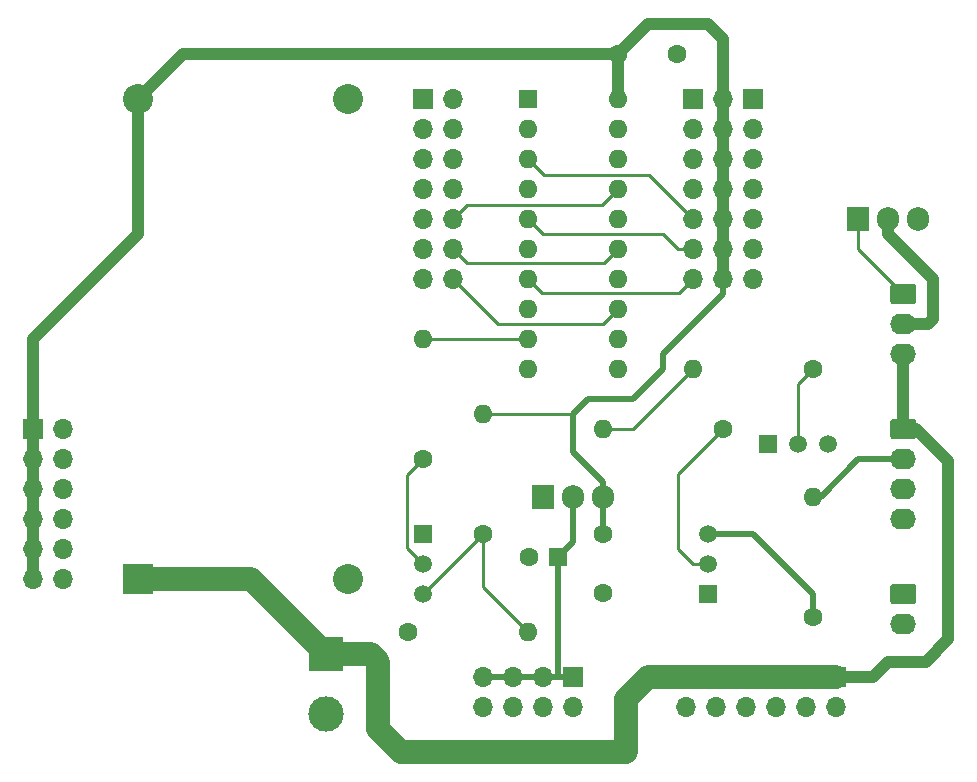
<source format=gbl>
G04 #@! TF.GenerationSoftware,KiCad,Pcbnew,(5.1.10)-1*
G04 #@! TF.CreationDate,2021-09-17T19:57:58-07:00*
G04 #@! TF.ProjectId,PrinterExpansion,5072696e-7465-4724-9578-70616e73696f,rev?*
G04 #@! TF.SameCoordinates,Original*
G04 #@! TF.FileFunction,Copper,L2,Bot*
G04 #@! TF.FilePolarity,Positive*
%FSLAX46Y46*%
G04 Gerber Fmt 4.6, Leading zero omitted, Abs format (unit mm)*
G04 Created by KiCad (PCBNEW (5.1.10)-1) date 2021-09-17 19:57:58*
%MOMM*%
%LPD*%
G01*
G04 APERTURE LIST*
G04 #@! TA.AperFunction,ComponentPad*
%ADD10O,1.905000X2.000000*%
G04 #@! TD*
G04 #@! TA.AperFunction,ComponentPad*
%ADD11R,1.905000X2.000000*%
G04 #@! TD*
G04 #@! TA.AperFunction,ComponentPad*
%ADD12C,1.600000*%
G04 #@! TD*
G04 #@! TA.AperFunction,ComponentPad*
%ADD13R,1.600000X1.600000*%
G04 #@! TD*
G04 #@! TA.AperFunction,ComponentPad*
%ADD14O,1.600000X1.600000*%
G04 #@! TD*
G04 #@! TA.AperFunction,ComponentPad*
%ADD15C,3.000000*%
G04 #@! TD*
G04 #@! TA.AperFunction,ComponentPad*
%ADD16R,3.000000X3.000000*%
G04 #@! TD*
G04 #@! TA.AperFunction,ComponentPad*
%ADD17O,1.700000X1.700000*%
G04 #@! TD*
G04 #@! TA.AperFunction,ComponentPad*
%ADD18R,1.700000X1.700000*%
G04 #@! TD*
G04 #@! TA.AperFunction,ComponentPad*
%ADD19R,1.500000X1.500000*%
G04 #@! TD*
G04 #@! TA.AperFunction,ComponentPad*
%ADD20C,1.500000*%
G04 #@! TD*
G04 #@! TA.AperFunction,ComponentPad*
%ADD21C,2.540000*%
G04 #@! TD*
G04 #@! TA.AperFunction,ComponentPad*
%ADD22R,2.540000X2.540000*%
G04 #@! TD*
G04 #@! TA.AperFunction,ComponentPad*
%ADD23O,2.190000X1.740000*%
G04 #@! TD*
G04 #@! TA.AperFunction,Conductor*
%ADD24C,0.250000*%
G04 #@! TD*
G04 #@! TA.AperFunction,Conductor*
%ADD25C,1.000000*%
G04 #@! TD*
G04 #@! TA.AperFunction,Conductor*
%ADD26C,0.500000*%
G04 #@! TD*
G04 #@! TA.AperFunction,Conductor*
%ADD27C,2.000000*%
G04 #@! TD*
G04 APERTURE END LIST*
D10*
X83820000Y-59055000D03*
X81280000Y-59055000D03*
D11*
X78740000Y-59055000D03*
D12*
X77510000Y-64135000D03*
D13*
X80010000Y-64135000D03*
D14*
X77470000Y-70485000D03*
D12*
X67310000Y-70485000D03*
D15*
X60325000Y-77470000D03*
D16*
X60325000Y-72390000D03*
D17*
X73660000Y-76835000D03*
X73660000Y-74295000D03*
X76200000Y-76835000D03*
X76200000Y-74295000D03*
X78740000Y-76835000D03*
X78740000Y-74295000D03*
X81280000Y-76835000D03*
D18*
X81280000Y-74295000D03*
D10*
X110490000Y-35560000D03*
X107950000Y-35560000D03*
D11*
X105410000Y-35560000D03*
D14*
X85090000Y-25400000D03*
X77470000Y-48260000D03*
X85090000Y-27940000D03*
X77470000Y-45720000D03*
X85090000Y-30480000D03*
X77470000Y-43180000D03*
X85090000Y-33020000D03*
X77470000Y-40640000D03*
X85090000Y-35560000D03*
X77470000Y-38100000D03*
X85090000Y-38100000D03*
X77470000Y-35560000D03*
X85090000Y-40640000D03*
X77470000Y-33020000D03*
X85090000Y-43180000D03*
X77470000Y-30480000D03*
X85090000Y-45720000D03*
X77470000Y-27940000D03*
X85090000Y-48260000D03*
D13*
X77470000Y-25400000D03*
D17*
X38100000Y-66040000D03*
X35560000Y-66040000D03*
X38100000Y-63500000D03*
X35560000Y-63500000D03*
X38100000Y-60960000D03*
X35560000Y-60960000D03*
X38100000Y-58420000D03*
X35560000Y-58420000D03*
X38100000Y-55880000D03*
X35560000Y-55880000D03*
X38100000Y-53340000D03*
D18*
X35560000Y-53340000D03*
D19*
X97790000Y-54610000D03*
D20*
X102870000Y-54610000D03*
X100330000Y-54610000D03*
D19*
X92710000Y-67310000D03*
D20*
X92710000Y-62230000D03*
X92710000Y-64770000D03*
D19*
X68580000Y-62230000D03*
D20*
X68580000Y-67310000D03*
X68580000Y-64770000D03*
D14*
X73660000Y-52070000D03*
D12*
X73660000Y-62230000D03*
D14*
X68580000Y-45720000D03*
D12*
X68580000Y-55880000D03*
D17*
X90805000Y-76835000D03*
X90805000Y-74295000D03*
X93345000Y-76835000D03*
X93345000Y-74295000D03*
X95885000Y-76835000D03*
X95885000Y-74295000D03*
X98425000Y-76835000D03*
X98425000Y-74295000D03*
X100965000Y-76835000D03*
X100965000Y-74295000D03*
X103505000Y-76835000D03*
D18*
X103505000Y-74295000D03*
D17*
X96520000Y-40640000D03*
X96520000Y-38100000D03*
X96520000Y-35560000D03*
X96520000Y-33020000D03*
X96520000Y-30480000D03*
X96520000Y-27940000D03*
D18*
X96520000Y-25400000D03*
D17*
X93980000Y-40640000D03*
X91440000Y-40640000D03*
X93980000Y-38100000D03*
X91440000Y-38100000D03*
X93980000Y-35560000D03*
X91440000Y-35560000D03*
X93980000Y-33020000D03*
X91440000Y-33020000D03*
X93980000Y-30480000D03*
X91440000Y-30480000D03*
X93980000Y-27940000D03*
X91440000Y-27940000D03*
X93980000Y-25400000D03*
D18*
X91440000Y-25400000D03*
D17*
X71120000Y-40640000D03*
X68580000Y-40640000D03*
X71120000Y-38100000D03*
X68580000Y-38100000D03*
X71120000Y-35560000D03*
X68580000Y-35560000D03*
X71120000Y-33020000D03*
X68580000Y-33020000D03*
X71120000Y-30480000D03*
X68580000Y-30480000D03*
X71120000Y-27940000D03*
X68580000Y-27940000D03*
X71120000Y-25400000D03*
D18*
X68580000Y-25400000D03*
D21*
X62230000Y-25400000D03*
X44450000Y-25400000D03*
X62230000Y-66040000D03*
D22*
X44450000Y-66040000D03*
D14*
X101600000Y-59055000D03*
D12*
X101600000Y-69215000D03*
D14*
X83820000Y-53340000D03*
D12*
X93980000Y-53340000D03*
D14*
X91440000Y-48260000D03*
D12*
X101600000Y-48260000D03*
X83820000Y-67230000D03*
X83820000Y-62230000D03*
X90090000Y-21590000D03*
X85090000Y-21590000D03*
D23*
X109220000Y-46990000D03*
X109220000Y-44450000D03*
G04 #@! TA.AperFunction,ComponentPad*
G36*
G01*
X108374999Y-41040000D02*
X110065001Y-41040000D01*
G75*
G02*
X110315000Y-41289999I0J-249999D01*
G01*
X110315000Y-42530001D01*
G75*
G02*
X110065001Y-42780000I-249999J0D01*
G01*
X108374999Y-42780000D01*
G75*
G02*
X108125000Y-42530001I0J249999D01*
G01*
X108125000Y-41289999D01*
G75*
G02*
X108374999Y-41040000I249999J0D01*
G01*
G37*
G04 #@! TD.AperFunction*
X109220000Y-69850000D03*
G04 #@! TA.AperFunction,ComponentPad*
G36*
G01*
X108374999Y-66440000D02*
X110065001Y-66440000D01*
G75*
G02*
X110315000Y-66689999I0J-249999D01*
G01*
X110315000Y-67930001D01*
G75*
G02*
X110065001Y-68180000I-249999J0D01*
G01*
X108374999Y-68180000D01*
G75*
G02*
X108125000Y-67930001I0J249999D01*
G01*
X108125000Y-66689999D01*
G75*
G02*
X108374999Y-66440000I249999J0D01*
G01*
G37*
G04 #@! TD.AperFunction*
X109220000Y-60960000D03*
X109220000Y-58420000D03*
X109220000Y-55880000D03*
G04 #@! TA.AperFunction,ComponentPad*
G36*
G01*
X108374999Y-52470000D02*
X110065001Y-52470000D01*
G75*
G02*
X110315000Y-52719999I0J-249999D01*
G01*
X110315000Y-53960001D01*
G75*
G02*
X110065001Y-54210000I-249999J0D01*
G01*
X108374999Y-54210000D01*
G75*
G02*
X108125000Y-53960001I0J249999D01*
G01*
X108125000Y-52719999D01*
G75*
G02*
X108374999Y-52470000I249999J0D01*
G01*
G37*
G04 #@! TD.AperFunction*
D24*
X83820000Y-44450000D02*
X85090000Y-43180000D01*
X83820000Y-44450000D02*
X74930000Y-44450000D01*
X74930000Y-44450000D02*
X71120000Y-40640000D01*
X83914999Y-39275001D02*
X85090000Y-38100000D01*
X72295001Y-39275001D02*
X83914999Y-39275001D01*
X71120000Y-38100000D02*
X72295001Y-39275001D01*
X83725001Y-34384999D02*
X85090000Y-33020000D01*
X72295001Y-34384999D02*
X83725001Y-34384999D01*
X71120000Y-35560000D02*
X72295001Y-34384999D01*
D25*
X44450000Y-25400000D02*
X44450000Y-36830000D01*
X44450000Y-36830000D02*
X35560000Y-45720000D01*
X35560000Y-45720000D02*
X35560000Y-66040000D01*
D24*
X77470000Y-40640000D02*
X78645001Y-41815001D01*
X90264999Y-41815001D02*
X91440000Y-40640000D01*
X78645001Y-41815001D02*
X90264999Y-41815001D01*
X91440000Y-38100000D02*
X90170000Y-38100000D01*
X90170000Y-38100000D02*
X88900000Y-36830000D01*
X88900000Y-36830000D02*
X78740000Y-36830000D01*
X78740000Y-36830000D02*
X77470000Y-35560000D01*
X78834999Y-31844999D02*
X77470000Y-30480000D01*
X87724999Y-31844999D02*
X78834999Y-31844999D01*
X91440000Y-35560000D02*
X87724999Y-31844999D01*
D25*
X85090000Y-25400000D02*
X85090000Y-21590000D01*
X85090000Y-21590000D02*
X48260000Y-21590000D01*
X44450000Y-25400000D02*
X48260000Y-21590000D01*
X85090000Y-21590000D02*
X87630000Y-19050000D01*
X87630000Y-19050000D02*
X92710000Y-19050000D01*
X92710000Y-19050000D02*
X93980000Y-20320000D01*
X93980000Y-20320000D02*
X93980000Y-40640000D01*
D26*
X93980000Y-40640000D02*
X93980000Y-41910000D01*
X93980000Y-41910000D02*
X88900000Y-46990000D01*
X88900000Y-48260000D02*
X86360000Y-50800000D01*
X88900000Y-46990000D02*
X88900000Y-48260000D01*
X86360000Y-50800000D02*
X82550000Y-50800000D01*
X82550000Y-50800000D02*
X81280000Y-52070000D01*
X81280000Y-52070000D02*
X81280000Y-55245000D01*
X81280000Y-55245000D02*
X83820000Y-57785000D01*
X83820000Y-57785000D02*
X83820000Y-59055000D01*
D24*
X73660000Y-52070000D02*
X81280000Y-52070000D01*
D26*
X83820000Y-59055000D02*
X83820000Y-62230000D01*
X105410000Y-55880000D02*
X109220000Y-55880000D01*
D25*
X110315000Y-53340000D02*
X109220000Y-53340000D01*
X113030000Y-56055000D02*
X110315000Y-53340000D01*
X113030000Y-71120000D02*
X113030000Y-56055000D01*
X109220000Y-46990000D02*
X109220000Y-53340000D01*
D27*
X53975000Y-66040000D02*
X60325000Y-72390000D01*
X44450000Y-66040000D02*
X53975000Y-66040000D01*
X87630000Y-74295000D02*
X103505000Y-74295000D01*
X85725000Y-76200000D02*
X87630000Y-74295000D01*
X66675000Y-80645000D02*
X85725000Y-80645000D01*
X85725000Y-80645000D02*
X85725000Y-76200000D01*
X64770000Y-78740000D02*
X66675000Y-80645000D01*
X64770000Y-73025000D02*
X64770000Y-78740000D01*
X64135000Y-72390000D02*
X64770000Y-73025000D01*
X60325000Y-72390000D02*
X64135000Y-72390000D01*
D25*
X103505000Y-74295000D02*
X106680000Y-74295000D01*
X106680000Y-74295000D02*
X107950000Y-73025000D01*
X111125000Y-73025000D02*
X113030000Y-71120000D01*
X107950000Y-73025000D02*
X111125000Y-73025000D01*
D26*
X96520000Y-62230000D02*
X92710000Y-62230000D01*
X101600000Y-67310000D02*
X96520000Y-62230000D01*
X101600000Y-67310000D02*
X101600000Y-69215000D01*
D24*
X93980000Y-53340000D02*
X90170000Y-57150000D01*
X92710000Y-64770000D02*
X91440000Y-64770000D01*
X91440000Y-64770000D02*
X90170000Y-63500000D01*
X90170000Y-63500000D02*
X90170000Y-57150000D01*
X101600000Y-48260000D02*
X100330000Y-49530000D01*
X100330000Y-49530000D02*
X100330000Y-54610000D01*
D25*
X107950000Y-35560000D02*
X107950000Y-36830000D01*
X107950000Y-36830000D02*
X111760000Y-40640000D01*
X111315000Y-44450000D02*
X109220000Y-44450000D01*
X111760000Y-44005000D02*
X111315000Y-44450000D01*
X111760000Y-40640000D02*
X111760000Y-44005000D01*
D26*
X81280000Y-62865000D02*
X80010000Y-64135000D01*
X81280000Y-59055000D02*
X81280000Y-62865000D01*
X80010000Y-64135000D02*
X80010000Y-74295000D01*
X80010000Y-74295000D02*
X73660000Y-74295000D01*
X80010000Y-74295000D02*
X81280000Y-74295000D01*
D24*
X105410000Y-38100000D02*
X109220000Y-41910000D01*
X105410000Y-35560000D02*
X105410000Y-38100000D01*
X68580000Y-67310000D02*
X73660000Y-62230000D01*
X86360000Y-53340000D02*
X91440000Y-48260000D01*
X83820000Y-53340000D02*
X86360000Y-53340000D01*
X73660000Y-66675000D02*
X77470000Y-70485000D01*
X73660000Y-62230000D02*
X73660000Y-66675000D01*
X67204999Y-57255001D02*
X68580000Y-55880000D01*
X67204999Y-63394999D02*
X67204999Y-57255001D01*
X68580000Y-64770000D02*
X67204999Y-63394999D01*
X68580000Y-45720000D02*
X77470000Y-45720000D01*
D26*
X101600000Y-59055000D02*
X102235000Y-59055000D01*
X102235000Y-59055000D02*
X105410000Y-55880000D01*
M02*

</source>
